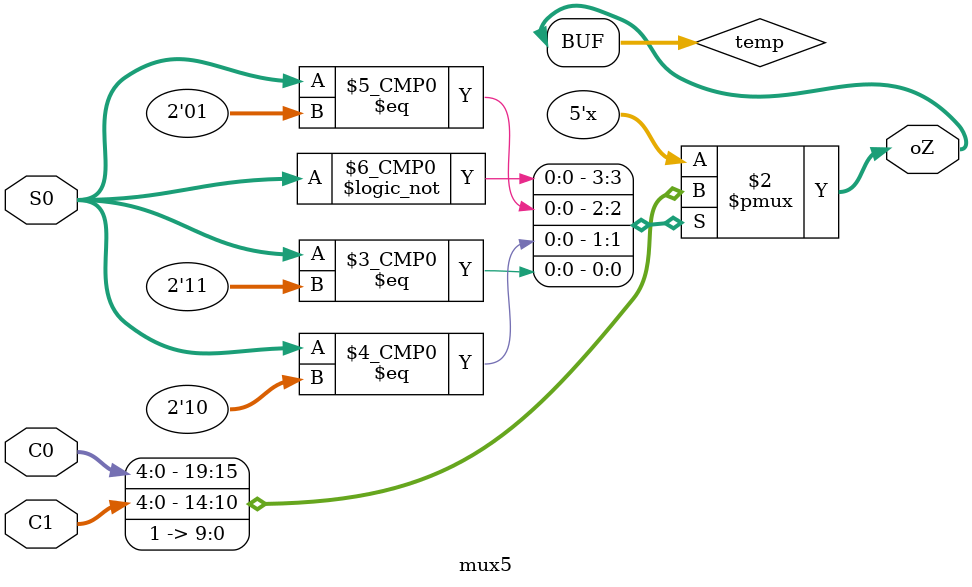
<source format=v>

`timescale 1ns / 1ps
module mux5(
    input [4:0] C0,
    input [4:0] C1,
    input [1:0] S0,
    output [4:0] oZ
    );

    reg [4:0] temp;

    always @(*) begin
        case(S0)
            2'b00: temp <= C0;
            2'b01: temp <= C1;
            2'b10: temp <= 5'b11111;
            2'b11: temp <= 5'b11111;
            default: temp <= 5'bz;
        endcase
   end
   
   assign oZ = temp;
   
endmodule
</source>
